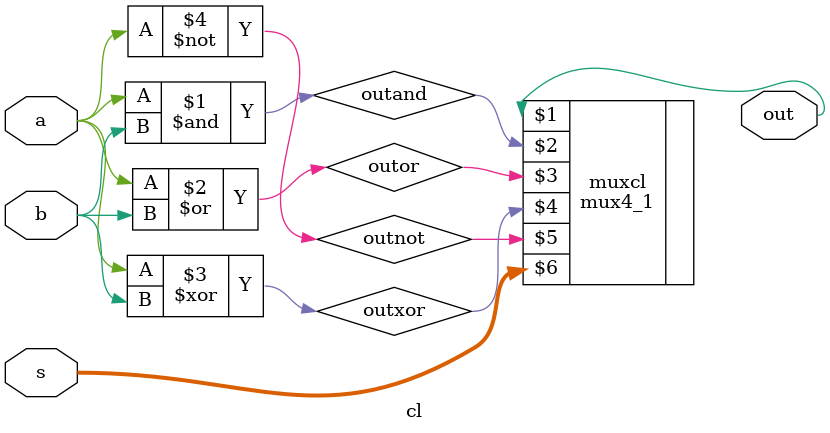
<source format=v>
module cl(output wire out, input wire a, b, input wire[1:0] s);
 wire outand,outor,outxor,outnot;

	and and1(outand,a,b);
	or or1(outor,a,b);
	xor(outxor,a,b);
	not(outnot,a);

	mux4_1 muxcl(out,outand,outor,outxor,outnot,s);

endmodule

</source>
